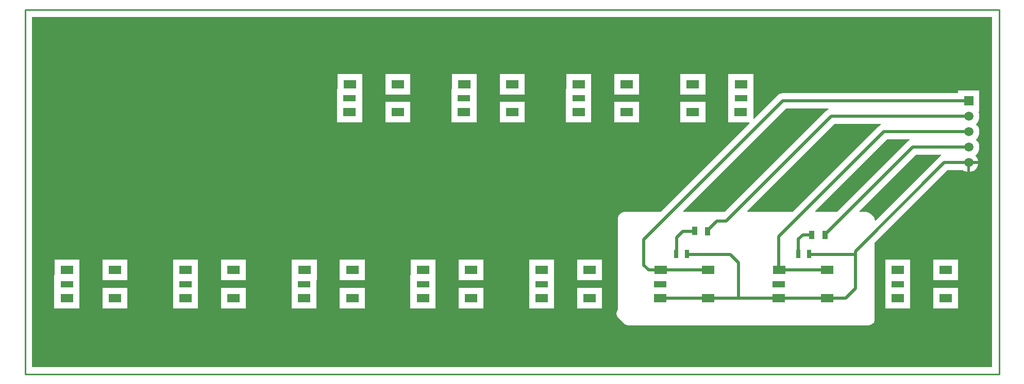
<source format=gtl>
%FSLAX24Y24*%
%MOMM*%
%SFA1B1*%

%IPPOS*%
%ADD10R,2.099996X1.399997*%
%ADD11R,2.099996X0.999998*%
%ADD12R,0.899998X1.399997*%
%ADD13R,0.799998X1.399997*%
%ADD14C,0.250000*%
%ADD15C,0.499999*%
%ADD16C,1.499997*%
%ADD17R,1.499997X1.499997*%
%LNplata_verhn-1*%
%LPD*%
G36*
X1588599Y-588599D02*
X11399D01*
Y-11399*
X1588599*
Y-588599*
G37*
%LNplata_verhn-2*%
%LPC*%
G36*
X1532899Y-457699D02*
X1491899D01*
Y-491699*
X1532899*
Y-457699*
G37*
G36*
X167899Y-411699D02*
X126899D01*
Y-445699*
X167899*
Y-411699*
G37*
G36*
X947899Y-457699D02*
X906899D01*
Y-491699*
X947899*
Y-457699*
G37*
G36*
X1454199Y-411699D02*
X1413199D01*
Y-436699*
X1412899*
Y-466699*
Y-491699*
X1453899*
Y-466699*
Y-445699*
X1454199*
Y-411699*
G37*
G36*
X752899D02*
X711899D01*
Y-445699*
X752899*
Y-411699*
G37*
G36*
X947899D02*
X906899D01*
Y-445699*
X947899*
Y-411699*
G37*
G36*
X362899D02*
X321899D01*
Y-445699*
X362899*
Y-411699*
G37*
G36*
X557899D02*
X516899D01*
Y-445699*
X557899*
Y-411699*
G37*
G36*
X869199D02*
X828199D01*
Y-436699*
X827899*
Y-466699*
Y-491699*
X868899*
Y-466699*
Y-445699*
X869199*
Y-411699*
G37*
G36*
X284199D02*
X243199D01*
Y-436699*
X242899*
Y-466699*
Y-491699*
X283899*
Y-466699*
Y-445699*
X284199*
Y-411699*
G37*
G36*
X362899Y-457699D02*
X321899D01*
Y-491699*
X362899*
Y-457699*
G37*
G36*
X89199Y-411699D02*
X48199D01*
Y-436699*
X47899*
Y-466699*
Y-491699*
X88900*
Y-466699*
Y-445699*
X89199*
Y-411699*
G37*
G36*
X167899Y-457699D02*
X126899D01*
Y-491699*
X167899*
Y-457699*
G37*
G36*
X674199Y-411699D02*
X633199D01*
Y-436699*
X632899*
Y-466699*
Y-491699*
X673899*
Y-466699*
Y-445699*
X674199*
Y-411699*
G37*
G36*
X752899Y-457699D02*
X711899D01*
Y-491699*
X752899*
Y-457699*
G37*
G36*
X479199Y-411699D02*
X438199D01*
Y-436699*
X437899*
Y-466699*
Y-491699*
X478899*
Y-466699*
Y-445699*
X479199*
Y-411699*
G37*
G36*
X557899Y-457699D02*
X516899D01*
Y-491699*
X557899*
Y-457699*
G37*
G36*
X820599Y-151599D02*
X779599D01*
Y-185599*
X820599*
Y-151599*
G37*
G36*
X929899Y-105599D02*
X888899D01*
Y-130599*
X888599*
Y-160599*
Y-185599*
X929599*
Y-160599*
Y-139599*
X929899*
Y-105599*
G37*
G36*
X632599Y-151599D02*
X591599D01*
Y-185599*
X632599*
Y-151599*
G37*
G36*
X741899Y-105599D02*
X700899D01*
Y-130599*
X700599*
Y-160599*
Y-185599*
X741599*
Y-160599*
Y-139599*
X741899*
Y-105599*
G37*
G36*
X1008599Y-151599D02*
X967599D01*
Y-185599*
X1008599*
Y-151599*
G37*
G36*
X820599Y-105599D02*
X779599D01*
Y-139599*
X820599*
Y-105599*
G37*
G36*
X1008599D02*
X967599D01*
Y-139599*
X1008599*
Y-105599*
G37*
G36*
X1117399D02*
X1076399D01*
Y-139599*
X1117399*
Y-105599*
G37*
G36*
X632599D02*
X591599D01*
Y-139599*
X632599*
Y-105599*
G37*
G36*
X1196399D02*
X1155399D01*
Y-139599*
Y-151599*
X1155099*
Y-185599*
X1189399*
X1189899Y-186799*
X1043799Y-332799*
X984299*
X981599Y-333199*
X979199Y-334199*
X977099Y-335799*
X975499Y-337899*
X974499Y-340299*
X974199Y-342900*
Y-493799*
X972999Y-495300*
X971999Y-497799*
X971599Y-500399*
X971899Y-502699*
X971999Y-502999*
X972999Y-505399*
X974599Y-507499*
X983499Y-516399*
X985599Y-517999*
X987999Y-518999*
X990600Y-519399*
X1385599*
X1388199Y-518999*
X1390599Y-517999*
X1392699Y-516399*
X1394299Y-514299*
X1395299Y-511899*
X1395699Y-509299*
Y-383699*
X1515099Y-264199*
X1540899*
X1541299Y-264599*
X1543999Y-265999*
X1546999Y-266899*
X1547499*
Y-251599*
X1549999*
Y-249099*
X1565299*
Y-248599*
X1564399Y-245599*
X1562999Y-242899*
X1561199Y-240799*
X1561299Y-239499*
X1562399Y-238599*
X1564599Y-235999*
X1566199Y-232899*
X1567199Y-229599*
X1567599Y-226199*
X1567199Y-222799*
X1566199Y-219499*
X1564599Y-216399*
X1562399Y-213799*
Y-213199*
X1564599Y-210599*
X1566199Y-207499*
X1567199Y-204199*
X1567599Y-200799*
X1567199Y-197399*
X1566199Y-194099*
X1564599Y-190999*
X1562399Y-188399*
Y-187799*
X1564599Y-185199*
X1566199Y-182099*
X1567199Y-178799*
X1567599Y-175399*
X1567199Y-171999*
X1566199Y-168699*
Y-168599*
X1566899Y-167499*
X1567499*
Y-132499*
X1532499*
Y-137399*
X1244499*
X1241199Y-137799*
X1238199Y-139099*
X1235499Y-141099*
X1197299Y-179299*
X1196099Y-178799*
Y-160599*
X1196399*
Y-139599*
Y-105599*
G37*
G36*
X1532899Y-411699D02*
X1491899D01*
Y-445699*
X1532899*
Y-411699*
G37*
G36*
X1565299Y-254099D02*
X1552499D01*
Y-266899*
X1552999*
X1555999Y-265999*
X1558699Y-264599*
X1560999Y-262599*
X1562999Y-260299*
X1564399Y-257599*
X1565299Y-254599*
Y-254099*
G37*
G36*
X553899Y-105599D02*
X512899D01*
Y-130599*
X512599*
Y-160599*
Y-185599*
X553599*
Y-160599*
Y-139599*
X553899*
Y-105599*
G37*
G36*
X1117399Y-151599D02*
X1076399D01*
Y-185599*
X1117399*
Y-151599*
G37*
%LNplata_verhn-3*%
%LPD*%
G36*
X1505099Y-240099D02*
X1503599Y-240699D01*
X1500999Y-242699*
X1396799Y-346799*
X1395599Y-346399*
X1395299Y-344099*
X1394299Y-341699*
X1392699Y-339599*
X1388899Y-335799*
X1386799Y-334199*
X1384399Y-333199*
X1381799Y-332799*
X1370699*
X1370199Y-331599*
X1462999Y-238799*
X1504899*
X1505099Y-240099*
G37*
G36*
X1319699Y-163899D02*
X1318199Y-164499D01*
X1315599Y-166499*
X1149199Y-332799*
X1081099*
X1080599Y-331599*
X1249699Y-162599*
X1319399*
X1319699Y-163899*
G37*
G36*
X1452999Y-214699D02*
X1451499Y-215299D01*
X1448899Y-217299*
X1333399Y-332799*
X1298299*
X1297799Y-331599*
X1416099Y-213399*
X1452799*
X1452999Y-214699*
G37*
G36*
X1405999Y-189299D02*
X1404499Y-189899D01*
X1401899Y-191899*
X1260999Y-332799*
X1186499*
X1186099Y-331599*
X1329699Y-187999*
X1405799*
X1405999Y-189299*
G37*
G54D10*
X1096899Y-122599D03*
Y-168599D03*
X1175899Y-122599D03*
X1175599Y-168599D03*
X988099D03*
Y-122599D03*
X909099Y-168599D03*
X909399Y-122599D03*
X800100Y-168599D03*
Y-122599D03*
X721099Y-168599D03*
X721399Y-122599D03*
X612099Y-168599D03*
Y-122599D03*
X533099Y-168599D03*
X533400Y-122599D03*
X1512399Y-474699D03*
Y-428699D03*
X1433399Y-474699D03*
X1433699Y-428699D03*
X1317399Y-474699D03*
Y-428699D03*
X1238399Y-474699D03*
X1238699Y-428699D03*
X1122399Y-474699D03*
Y-428699D03*
X1043399Y-474699D03*
X1043699Y-428699D03*
X927399Y-474699D03*
Y-428699D03*
X848399Y-474699D03*
X848699Y-428699D03*
X732399Y-474699D03*
Y-428699D03*
X653399Y-474699D03*
X653699Y-428699D03*
X537399Y-474699D03*
Y-428699D03*
X458399Y-474699D03*
X458699Y-428699D03*
X342399Y-474699D03*
Y-428699D03*
X263399Y-474699D03*
X263699Y-428699D03*
X147399Y-474699D03*
Y-428699D03*
X68399Y-474699D03*
X68699Y-428699D03*
G54D11*
X1175899Y-145599D03*
X909099D03*
X721099D03*
X533099D03*
X1433399Y-451699D03*
X1238399D03*
X1043399D03*
X848399D03*
X653399D03*
X458399D03*
X263399D03*
X68399D03*
G54D12*
X1120799Y-364599D03*
X1099599Y-364399D03*
X1313799Y-370899D03*
X1292599Y-370799D03*
G54D13*
X1087699Y-402499D03*
X1069699D03*
X1270399D03*
X1288299D03*
G54D14*
X1599999Y-599999D02*
Y0D01*
X0Y-599999D02*
X1599999D01*
X0D02*
Y0D01*
X1599999*
G54D15*
X1244499Y-149999D02*
X1549999D01*
X1151899Y-347999D02*
X1324499Y-175399D01*
X1549999*
X1314499Y-369599D02*
X1457799Y-226199D01*
X1549999*
X1238199Y-428299D02*
Y-373399D01*
Y-428299D02*
X1238699Y-428699D01*
X1238199Y-373399D02*
X1410799Y-200799D01*
X1549999*
X1509899Y-251599D02*
X1549999D01*
X1363999Y-397499D02*
X1509899Y-251599D01*
X1363999Y-402599D02*
Y-397499D01*
Y-458499D02*
Y-402599D01*
X1286799D02*
X1363999D01*
X1347699Y-474699D02*
X1363999Y-458499D01*
X1043699Y-428699D02*
X1122399D01*
X1238699D02*
X1317399D01*
X1172199Y-474699D02*
X1238399D01*
X1122399D02*
X1172199D01*
Y-416599*
X1317399Y-474699D02*
X1347699D01*
X1238399D02*
X1317399D01*
X1043399D02*
X1122399D01*
X1120799Y-368399D02*
X1121399Y-367699D01*
X1277699Y-370799D02*
X1292599D01*
X1270499Y-377899D02*
X1277699Y-370799D01*
X1270499Y-397499D02*
Y-377899D01*
X1088199Y-401299D02*
X1089499Y-402599D01*
X1158199*
X1172199Y-416599*
X1095899Y-364499D02*
X1099599Y-368199D01*
X1121399Y-367699D02*
Y-363199D01*
X1136699Y-347999*
X1151899*
X1070699Y-402599D02*
Y-374599D01*
X1080799Y-364499*
X1095899*
X1024299Y-428699D02*
X1043699D01*
X1016000Y-420399D02*
X1024299Y-428699D01*
X1016000Y-420399D02*
Y-378499D01*
X1244499Y-149999*
G54D16*
X1549999Y-251599D03*
Y-226199D03*
Y-200799D03*
Y-175399D03*
G54D17*
X1549999Y-149999D03*
M02*
</source>
